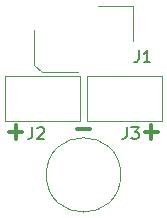
<source format=gbr>
%TF.GenerationSoftware,KiCad,Pcbnew,(5.1.6)-1*%
%TF.CreationDate,2020-10-13T17:40:21+02:00*%
%TF.ProjectId,LedAdapter,4c656441-6461-4707-9465-722e6b696361,rev?*%
%TF.SameCoordinates,Original*%
%TF.FileFunction,Legend,Top*%
%TF.FilePolarity,Positive*%
%FSLAX46Y46*%
G04 Gerber Fmt 4.6, Leading zero omitted, Abs format (unit mm)*
G04 Created by KiCad (PCBNEW (5.1.6)-1) date 2020-10-13 17:40:21*
%MOMM*%
%LPD*%
G01*
G04 APERTURE LIST*
%ADD10C,0.300000*%
%ADD11C,0.120000*%
%ADD12C,0.150000*%
%ADD13C,0.304800*%
G04 APERTURE END LIST*
D10*
X129821428Y-91357142D02*
X128678571Y-91357142D01*
X129250000Y-91928571D02*
X129250000Y-90785714D01*
X141321428Y-91357142D02*
X140178571Y-91357142D01*
X140750000Y-91928571D02*
X140750000Y-90785714D01*
X135571428Y-91107142D02*
X134428571Y-91107142D01*
D11*
%TO.C,J1*%
X131495000Y-86300000D02*
X130845000Y-85700000D01*
X139195000Y-83700000D02*
X139195000Y-80700000D01*
X131495000Y-86300000D02*
X134495000Y-86300000D01*
X136195000Y-80700000D02*
X139195000Y-80700000D01*
X130845000Y-85700000D02*
X130845000Y-82700000D01*
%TO.C,VIS_M5_space*%
X138150000Y-95000000D02*
G75*
G03*
X138150000Y-95000000I-3150000J0D01*
G01*
%TO.C,J2*%
X128325000Y-86595000D02*
X134675000Y-86595000D01*
X134675000Y-86595000D02*
X134675000Y-90405000D01*
X134675000Y-90405000D02*
X128325000Y-90405000D01*
X128325000Y-90405000D02*
X128325000Y-86595000D01*
%TO.C,J3*%
X141675000Y-86595000D02*
X141675000Y-90405000D01*
X135325000Y-86595000D02*
X141675000Y-86595000D01*
X135325000Y-90405000D02*
X135325000Y-86595000D01*
X141675000Y-90405000D02*
X135325000Y-90405000D01*
%TO.C,J1*%
D12*
X139666666Y-84452380D02*
X139666666Y-85166666D01*
X139619047Y-85309523D01*
X139523809Y-85404761D01*
X139380952Y-85452380D01*
X139285714Y-85452380D01*
X140666666Y-85452380D02*
X140095238Y-85452380D01*
X140380952Y-85452380D02*
X140380952Y-84452380D01*
X140285714Y-84595238D01*
X140190476Y-84690476D01*
X140095238Y-84738095D01*
%TO.C,VIS_M5_space*%
D13*
%TO.C,J2*%
D12*
X130666666Y-90952380D02*
X130666666Y-91666666D01*
X130619047Y-91809523D01*
X130523809Y-91904761D01*
X130380952Y-91952380D01*
X130285714Y-91952380D01*
X131095238Y-91047619D02*
X131142857Y-91000000D01*
X131238095Y-90952380D01*
X131476190Y-90952380D01*
X131571428Y-91000000D01*
X131619047Y-91047619D01*
X131666666Y-91142857D01*
X131666666Y-91238095D01*
X131619047Y-91380952D01*
X131047619Y-91952380D01*
X131666666Y-91952380D01*
%TO.C,J3*%
X138666666Y-90952380D02*
X138666666Y-91666666D01*
X138619047Y-91809523D01*
X138523809Y-91904761D01*
X138380952Y-91952380D01*
X138285714Y-91952380D01*
X139047619Y-90952380D02*
X139666666Y-90952380D01*
X139333333Y-91333333D01*
X139476190Y-91333333D01*
X139571428Y-91380952D01*
X139619047Y-91428571D01*
X139666666Y-91523809D01*
X139666666Y-91761904D01*
X139619047Y-91857142D01*
X139571428Y-91904761D01*
X139476190Y-91952380D01*
X139190476Y-91952380D01*
X139095238Y-91904761D01*
X139047619Y-91857142D01*
%TD*%
M02*

</source>
